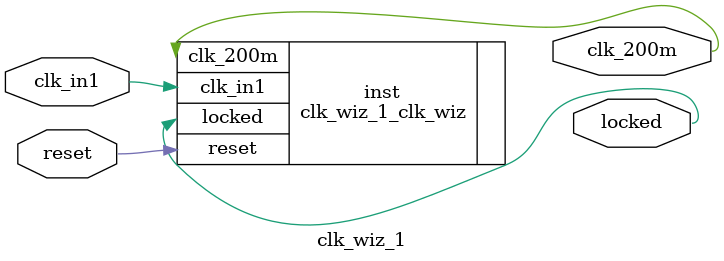
<source format=v>


`timescale 1ps/1ps

(* CORE_GENERATION_INFO = "clk_wiz_1,clk_wiz_v6_0_3_0_0,{component_name=clk_wiz_1,use_phase_alignment=true,use_min_o_jitter=false,use_max_i_jitter=false,use_dyn_phase_shift=false,use_inclk_switchover=false,use_dyn_reconfig=false,enable_axi=0,feedback_source=FDBK_AUTO,PRIMITIVE=MMCM,num_out_clk=1,clkin1_period=20.000,clkin2_period=10.0,use_power_down=false,use_reset=true,use_locked=true,use_inclk_stopped=false,feedback_type=SINGLE,CLOCK_MGR_TYPE=NA,manual_override=false}" *)

module clk_wiz_1 
 (
  // Clock out ports
  output        clk_200m,
  // Status and control signals
  input         reset,
  output        locked,
 // Clock in ports
  input         clk_in1
 );

  clk_wiz_1_clk_wiz inst
  (
  // Clock out ports  
  .clk_200m(clk_200m),
  // Status and control signals               
  .reset(reset), 
  .locked(locked),
 // Clock in ports
  .clk_in1(clk_in1)
  );

endmodule

</source>
